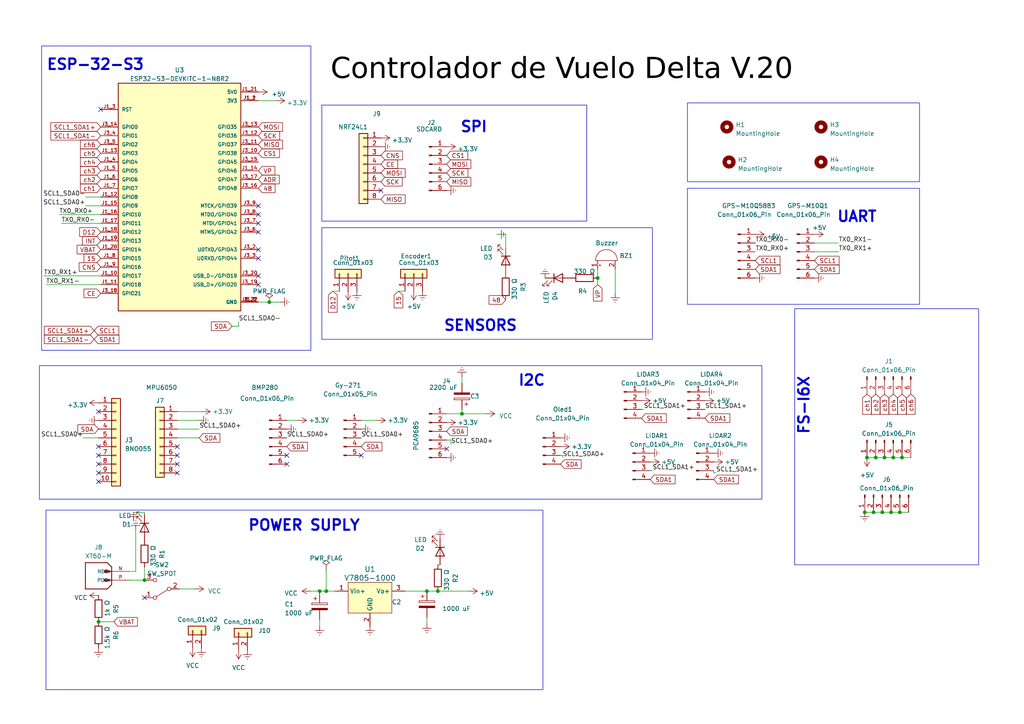
<source format=kicad_sch>
(kicad_sch (version 20231120) (generator "eeschema") (generator_version "8.0")
  (paper "A4")
  (lib_symbols
    (symbol "Connector:Conn_01x04_Pin" (pin_names (offset 1.016) hide)
      (property "Reference" "J" (at 0 5.08 0))
      (property "Value" "Conn_01x04_Pin" (at 0 -7.62 0))
      (symbol "Conn_01x04_Pin_1_1"
        (pin passive line (at 5.08 2.54 180) (length 3.81) (name "Pin_1") (number "1"))
        (pin passive line (at 5.08 0 180) (length 3.81) (name "Pin_2") (number "2"))
        (pin passive line (at 5.08 -2.54 180) (length 3.81) (name "Pin_3") (number "3"))
        (pin passive line (at 5.08 -5.08 180) (length 3.81) (name "Pin_4") (number "4"))
      )
    )
    (symbol "Connector:Conn_01x05_Pin" (pin_names (offset 1.016) hide)
      (property "Reference" "J" (at 0 7.62 0))
      (property "Value" "Conn_01x05_Pin" (at 0 -7.62 0))
      (symbol "Conn_01x05_Pin_1_1"
        (pin passive line (at 5.08 5.08 180) (length 3.81) (name "Pin_1") (number "1"))
        (pin passive line (at 5.08 2.54 180) (length 3.81) (name "Pin_2") (number "2"))
        (pin passive line (at 5.08 0 180) (length 3.81) (name "Pin_3") (number "3"))
        (pin passive line (at 5.08 -2.54 180) (length 3.81) (name "Pin_4") (number "4"))
        (pin passive line (at 5.08 -5.08 180) (length 3.81) (name "Pin_5") (number "5"))
      )
    )
    (symbol "Connector:Conn_01x06_Pin" (pin_names (offset 1.016) hide)
      (property "Reference" "J" (at 0 7.62 0))
      (property "Value" "Conn_01x06_Pin" (at 0 -10.16 0))
      (symbol "Conn_01x06_Pin_1_1"
        (pin passive line (at 5.08 5.08 180) (length 3.81) (name "Pin_1") (number "1"))
        (pin passive line (at 5.08 2.54 180) (length 3.81) (name "Pin_2") (number "2"))
        (pin passive line (at 5.08 0 180) (length 3.81) (name "Pin_3") (number "3"))
        (pin passive line (at 5.08 -2.54 180) (length 3.81) (name "Pin_4") (number "4"))
        (pin passive line (at 5.08 -5.08 180) (length 3.81) (name "Pin_5") (number "5"))
        (pin passive line (at 5.08 -7.62 180) (length 3.81) (name "Pin_6") (number "6"))
      )
    )
    (symbol "Connector_Generic:Conn_01x02" (pin_names (offset 1.016) hide)
      (property "Reference" "J" (at 0 2.54 0))
      (property "Value" "Conn_01x02" (at 0 -5.08 0))
      (symbol "Conn_01x02_1_1"
        (pin passive line (at -5.08 0 0) (length 3.81) (name "Pin_1") (number "1"))
        (pin passive line (at -5.08 -2.54 0) (length 3.81) (name "Pin_2") (number "2"))
      )
    )
    (symbol "Connector_Generic:Conn_01x03" (pin_names (offset 1.016) hide)
      (property "Reference" "J" (at 0 5.08 0))
      (property "Value" "Conn_01x03" (at 0 -5.08 0))
      (symbol "Conn_01x03_1_1"
        (pin passive line (at -5.08 2.54 0) (length 3.81) (name "Pin_1") (number "1"))
        (pin passive line (at -5.08 0 0) (length 3.81) (name "Pin_2") (number "2"))
        (pin passive line (at -5.08 -2.54 0) (length 3.81) (name "Pin_3") (number "3"))
      )
    )
    (symbol "Connector_Generic:Conn_01x08" (pin_names (offset 1.016) hide)
      (property "Reference" "J" (at 0 10.16 0))
      (property "Value" "Conn_01x08" (at 0 -12.7 0))
      (symbol "Conn_01x08_1_1"
        (pin passive line (at -5.08 7.62 0) (length 3.81) (name "Pin_1") (number "1"))
        (pin passive line (at -5.08 5.08 0) (length 3.81) (name "Pin_2") (number "2"))
        (pin passive line (at -5.08 2.54 0) (length 3.81) (name "Pin_3") (number "3"))
        (pin passive line (at -5.08 0 0) (length 3.81) (name "Pin_4") (number "4"))
        (pin passive line (at -5.08 -2.54 0) (length 3.81) (name "Pin_5") (number "5"))
        (pin passive line (at -5.08 -5.08 0) (length 3.81) (name "Pin_6") (number "6"))
        (pin passive line (at -5.08 -7.62 0) (length 3.81) (name "Pin_7") (number "7"))
        (pin passive line (at -5.08 -10.16 0) (length 3.81) (name "Pin_8") (number "8"))
      )
    )
    (symbol "Connector_Generic:Conn_01x10" (pin_names (offset 1.016) hide)
      (property "Reference" "J" (at 0 12.7 0))
      (property "Value" "Conn_01x10" (at 0 -15.24 0))
      (symbol "Conn_01x10_1_1"
        (pin passive line (at -5.08 10.16 0) (length 3.81) (name "Pin_1") (number "1"))
        (pin passive line (at -5.08 -12.7 0) (length 3.81) (name "Pin_10") (number "10"))
        (pin passive line (at -5.08 7.62 0) (length 3.81) (name "Pin_2") (number "2"))
        (pin passive line (at -5.08 5.08 0) (length 3.81) (name "Pin_3") (number "3"))
        (pin passive line (at -5.08 2.54 0) (length 3.81) (name "Pin_4") (number "4"))
        (pin passive line (at -5.08 0 0) (length 3.81) (name "Pin_5") (number "5"))
        (pin passive line (at -5.08 -2.54 0) (length 3.81) (name "Pin_6") (number "6"))
        (pin passive line (at -5.08 -5.08 0) (length 3.81) (name "Pin_7") (number "7"))
        (pin passive line (at -5.08 -7.62 0) (length 3.81) (name "Pin_8") (number "8"))
        (pin passive line (at -5.08 -10.16 0) (length 3.81) (name "Pin_9") (number "9"))
      )
    )
    (symbol "Device:Buzzer" (pin_names (offset 0.0254) hide)
      (property "Reference" "BZ" (at 3.81 1.27 0))
      (property "Value" "Buzzer" (at 3.81 -1.27 0))
      (symbol "Buzzer_1_1"
        (pin passive line (at -2.54 2.54 0) (length 2.54) (name "-") (number "1"))
        (pin passive line (at -2.54 -2.54 0) (length 2.54) (name "+") (number "2"))
      )
    )
    (symbol "Device:C_Polarized" (pin_numbers hide) (pin_names (offset 0.254))
      (property "Reference" "C" (at 0.635 2.54 0))
      (property "Value" "C_Polarized" (at 0.635 -2.54 0))
      (symbol "C_Polarized_1_1"
        (pin passive line (at 0 3.81 270) (length 2.794) (name "~") (number "1"))
        (pin passive line (at 0 -3.81 90) (length 2.794) (name "~") (number "2"))
      )
    )
    (symbol "Device:LED" (pin_numbers hide) (pin_names (offset 1.016) hide)
      (property "Reference" "D" (at 0 2.54 0))
      (property "Value" "LED" (at 0 -2.54 0))
      (symbol "LED_1_1"
        (pin passive line (at -3.81 0 0) (length 2.54) (name "K") (number "1"))
        (pin passive line (at 3.81 0 180) (length 2.54) (name "A") (number "2"))
      )
    )
    (symbol "Device:R" (pin_numbers hide) (pin_names (offset 0))
      (property "Reference" "R" (at 2.032 0 90))
      (property "Value" "R" (at 0 0 90))
      (symbol "R_1_1"
        (pin passive line (at 0 3.81 270) (length 1.27) (name "~") (number "1"))
        (pin passive line (at 0 -3.81 90) (length 1.27) (name "~") (number "2"))
      )
    )
    (symbol "Mechanical:MountingHole" (pin_names (offset 1.016))
      (property "Reference" "H" (at 0 5.08 0))
      (property "Value" "MountingHole" (at 0 3.175 0))
    )
    (symbol "Switch:SW_SPDT" (pin_names (offset 0) hide)
      (property "Reference" "SW" (at 0 4.318 0))
      (property "Value" "SW_SPDT" (at 0 -5.08 0))
      (symbol "SW_SPDT_1_1"
        (pin passive line (at 5.08 2.54 180) (length 2.54) (name "A") (number "1"))
        (pin passive line (at -5.08 0 0) (length 2.54) (name "B") (number "2"))
        (pin passive line (at 5.08 -2.54 180) (length 2.54) (name "C") (number "3"))
      )
    )
    (symbol "XT60-M:XT60-M" (pin_names (offset 1.016))
      (property "Reference" "J" (at 0 6.35 0))
      (property "Value" "XT60-M" (at 0 -5.08 0))
      (symbol "XT60-M_0_0"
        (pin passive line (at -5.08 0 0) (length 5.08) (name "NEG") (number "N"))
        (pin passive line (at -5.08 2.54 0) (length 5.08) (name "POS") (number "P"))
      )
    )
    (symbol "delta2:ESP32-S3-DEVKITC-1-N8R2" (pin_names (offset 1.016))
      (property "Reference" "U" (at -17.78 35.56 0))
      (property "Value" "ESP32-S3-DEVKITC-1-N8R2" (at -17.78 -35.56 0))
      (symbol "ESP32-S3-DEVKITC-1-N8R2_0_0"
        (pin power_in line (at 22.86 27.94 180) (length 5.08) (name "3V3") (number "J1_1"))
        (pin bidirectional line (at -22.86 -22.86 0) (length 5.08) (name "GPIO17") (number "J1_10"))
        (pin bidirectional line (at -22.86 -25.4 0) (length 5.08) (name "GPIO18") (number "J1_11"))
        (pin bidirectional line (at -22.86 0 0) (length 5.08) (name "GPIO8") (number "J1_12"))
        (pin bidirectional line (at -22.86 12.7 0) (length 5.08) (name "GPIO3") (number "J1_13"))
        (pin bidirectional line (at 22.86 7.62 180) (length 5.08) (name "GPIO46") (number "J1_14"))
        (pin bidirectional line (at -22.86 -2.54 0) (length 5.08) (name "GPIO9") (number "J1_15"))
        (pin bidirectional line (at -22.86 -5.08 0) (length 5.08) (name "GPIO10") (number "J1_16"))
        (pin bidirectional line (at -22.86 -7.62 0) (length 5.08) (name "GPIO11") (number "J1_17"))
        (pin bidirectional line (at -22.86 -10.16 0) (length 5.08) (name "GPIO12") (number "J1_18"))
        (pin bidirectional line (at -22.86 -12.7 0) (length 5.08) (name "GPIO13") (number "J1_19"))
        (pin power_in line (at 22.86 27.94 180) (length 5.08) (name "3V3") (number "J1_2"))
        (pin bidirectional line (at -22.86 -15.24 0) (length 5.08) (name "GPIO14") (number "J1_20"))
        (pin power_in line (at 22.86 30.48 180) (length 5.08) (name "5V0") (number "J1_21"))
        (pin power_in line (at 22.86 -30.48 180) (length 5.08) (name "GND") (number "J1_22"))
        (pin input line (at -22.86 25.4 0) (length 5.08) (name "RST") (number "J1_3"))
        (pin bidirectional line (at -22.86 10.16 0) (length 5.08) (name "GPIO4") (number "J1_4"))
        (pin bidirectional line (at -22.86 7.62 0) (length 5.08) (name "GPIO5") (number "J1_5"))
        (pin bidirectional line (at -22.86 5.08 0) (length 5.08) (name "GPIO6") (number "J1_6"))
        (pin bidirectional line (at -22.86 2.54 0) (length 5.08) (name "GPIO7") (number "J1_7"))
        (pin bidirectional line (at -22.86 -17.78 0) (length 5.08) (name "GPIO15") (number "J1_8"))
        (pin bidirectional line (at -22.86 -20.32 0) (length 5.08) (name "GPIO16") (number "J1_9"))
        (pin power_in line (at 22.86 -30.48 180) (length 5.08) (name "GND") (number "J3_1"))
        (pin bidirectional line (at 22.86 12.7 180) (length 5.08) (name "GPIO38") (number "J3_10"))
        (pin bidirectional line (at 22.86 15.24 180) (length 5.08) (name "GPIO37") (number "J3_11"))
        (pin bidirectional line (at 22.86 17.78 180) (length 5.08) (name "GPIO36") (number "J3_12"))
        (pin bidirectional line (at 22.86 20.32 180) (length 5.08) (name "GPIO35") (number "J3_13"))
        (pin bidirectional line (at -22.86 20.32 0) (length 5.08) (name "GPIO0") (number "J3_14"))
        (pin bidirectional line (at 22.86 10.16 180) (length 5.08) (name "GPIO45") (number "J3_15"))
        (pin bidirectional line (at 22.86 2.54 180) (length 5.08) (name "GPIO48") (number "J3_16"))
        (pin bidirectional line (at 22.86 5.08 180) (length 5.08) (name "GPIO47") (number "J3_17"))
        (pin bidirectional line (at -22.86 -27.94 0) (length 5.08) (name "GPIO21") (number "J3_18"))
        (pin bidirectional line (at 22.86 -25.4 180) (length 5.08) (name "USB_D+/GPIO20") (number "J3_19"))
        (pin bidirectional line (at 22.86 -15.24 180) (length 5.08) (name "U0TXD/GPIO43") (number "J3_2"))
        (pin bidirectional line (at 22.86 -22.86 180) (length 5.08) (name "USB_D-/GPIO19") (number "J3_20"))
        (pin power_in line (at 22.86 -30.48 180) (length 5.08) (name "GND") (number "J3_21"))
        (pin power_in line (at 22.86 -30.48 180) (length 5.08) (name "GND") (number "J3_22"))
        (pin bidirectional line (at 22.86 -17.78 180) (length 5.08) (name "U0RXD/GPIO44") (number "J3_3"))
        (pin bidirectional line (at -22.86 17.78 0) (length 5.08) (name "GPIO1") (number "J3_4"))
        (pin bidirectional line (at -22.86 15.24 0) (length 5.08) (name "GPIO2") (number "J3_5"))
        (pin bidirectional line (at 22.86 -10.16 180) (length 5.08) (name "MTMS/GPIO42") (number "J3_6"))
        (pin bidirectional line (at 22.86 -7.62 180) (length 5.08) (name "MTDI/GPIO41") (number "J3_7"))
        (pin bidirectional line (at 22.86 -5.08 180) (length 5.08) (name "MTDO/GPIO40") (number "J3_8"))
        (pin bidirectional line (at 22.86 -2.54 180) (length 5.08) (name "MTCK/GPIO39") (number "J3_9"))
      )
    )
    (symbol "dk_DC-DC-Converters:V7805-1000"
      (property "Reference" "U" (at -6.35 6.35 0))
      (property "Value" "V7805-1000" (at 1.27 -5.08 0))
      (symbol "V7805-1000_1_1"
        (pin power_in line (at -10.16 2.54 0) (length 3.81) (name "Vin+") (number "1"))
        (pin power_in line (at 0 -7.62 90) (length 3.81) (name "GND") (number "2"))
        (pin power_out line (at 10.16 2.54 180) (length 3.81) (name "Vo+") (number "3"))
      )
    )
    (symbol "power:+3.3V" (power) (pin_names (offset 0))
      (property "Value" "+3.3V" (at 0 3.556 0))
      (symbol "+3.3V_1_1"
        (pin power_in line (at 0 0 90) (length 0) hide (name "+3.3V") (number "1"))
      )
    )
    (symbol "power:+5V" (power) (pin_names (offset 0))
      (property "Value" "+5V" (at 0 3.556 0))
      (symbol "+5V_1_1"
        (pin power_in line (at 0 0 90) (length 0) hide (name "+5V") (number "1"))
      )
    )
    (symbol "power:Earth" (power) (pin_names (offset 0))
      (symbol "Earth_1_1"
        (pin power_in line (at 0 0 270) (length 0) hide (name "Earth") (number "1"))
      )
    )
    (symbol "power:PWR_FLAG" (power) (pin_numbers hide) (pin_names (offset 0) hide)
      (property "Value" "PWR_FLAG" (at 0 3.81 0))
      (symbol "PWR_FLAG_0_0"
        (pin power_out line (at 0 0 90) (length 0) (name "pwr") (number "1"))
      )
    )
    (symbol "power:VCC" (power) (pin_names (offset 0))
      (property "Value" "VCC" (at 0 3.81 0))
      (symbol "VCC_1_1"
        (pin power_in line (at 0 0 90) (length 0) hide (name "VCC") (number "1"))
      )
    )
  )
  (junction (at 259.08 132.715))
  (junction (at 254 132.715))
  (junction (at 133.985 120.015))
  (junction (at 173.355 80.645))
  (junction (at 253.365 148.59))
  (junction (at 261.62 132.715))
  (junction (at 123.825 171.45))
  (junction (at 256.54 132.715))
  (junction (at 250.825 148.59))
  (junction (at 258.445 148.59))
  (junction (at 260.985 148.59))
  (junction (at 28.575 180.34))
  (junction (at 41.91 168.275))
  (junction (at 127 171.45))
  (junction (at 251.46 132.715))
  (junction (at 92.71 171.45))
  (junction (at 78.105 87.63))
  (junction (at 255.905 148.59))
  (junction (at 94.615 171.45))
  (no_connect (at 28.575 119.38))
  (no_connect (at 28.575 139.7))
  (no_connect (at 51.435 132.08))
  (no_connect (at 74.93 64.77))
  (no_connect (at 29.21 31.75))
  (no_connect (at 28.575 134.62))
  (no_connect (at 28.575 137.16))
  (no_connect (at 74.93 67.31))
  (no_connect (at 51.435 129.54))
  (no_connect (at 74.93 72.39))
  (no_connect (at 74.93 62.23))
  (no_connect (at 28.575 132.08))
  (no_connect (at 110.49 55.245))
  (no_connect (at 74.93 80.01))
  (no_connect (at 28.575 129.54))
  (no_connect (at 74.93 59.69))
  (no_connect (at 41.91 173.355))
  (no_connect (at 51.435 134.62))
  (no_connect (at 83.185 134.62))
  (no_connect (at 51.435 137.16))
  (no_connect (at 104.775 132.08))
  (no_connect (at 74.93 74.93))
  (no_connect (at 83.185 132.08))
  (no_connect (at 74.93 82.55))
  (no_connect (at 129.54 130.175))
  (wire (pts (xy 207.645 137.16) (xy 207.01 137.16)))
  (wire (pts (xy 12.7 80.01) (xy 29.21 80.01)))
  (wire (pts (xy 39.37 165.735) (xy 39.37 153.67)))
  (wire (pts (xy 133.985 120.015) (xy 129.54 120.015)))
  (wire (pts (xy 28.575 180.34) (xy 33.02 180.34)))
  (wire (pts (xy 92.71 171.45) (xy 94.615 171.45)))
  (wire (pts (xy 250.825 148.59) (xy 253.365 148.59)))
  (wire (pts (xy 13.335 82.55) (xy 29.21 82.55)))
  (wire (pts (xy 133.985 109.22) (xy 133.985 111.125)))
  (wire (pts (xy 96.52 84.455) (xy 98.425 84.455)))
  (wire (pts (xy 130.81 127.635) (xy 129.54 127.635)))
  (wire (pts (xy 260.985 148.59) (xy 263.525 148.59)))
  (wire (pts (xy 94.615 165.1) (xy 94.615 171.45)))
  (wire (pts (xy 78.105 87.63) (xy 74.93 87.63)))
  (wire (pts (xy 83.185 121.92) (xy 86.36 121.92)))
  (wire (pts (xy 24.765 59.69) (xy 29.21 59.69)))
  (wire (pts (xy 69.215 94.615) (xy 67.31 94.615)))
  (wire (pts (xy 123.825 171.45) (xy 117.475 171.45)))
  (wire (pts (xy 24.765 57.15) (xy 29.21 57.15)))
  (wire (pts (xy 24.13 127) (xy 28.575 127)))
  (wire (pts (xy 37.465 168.275) (xy 41.91 168.275)))
  (wire (pts (xy 127 163.83) (xy 127.635 163.83)))
  (wire (pts (xy 92.71 172.085) (xy 92.71 171.45)))
  (wire (pts (xy 51.435 121.92) (xy 57.785 121.92)))
  (wire (pts (xy 41.91 148.59) (xy 41.91 149.225)))
  (wire (pts (xy 104.775 121.92) (xy 109.22 121.92)))
  (wire (pts (xy 127 171.45) (xy 123.825 171.45)))
  (wire (pts (xy 37.465 165.735) (xy 39.37 165.735)))
  (wire (pts (xy 163.195 132.715) (xy 163.195 132.08)))
  (wire (pts (xy 178.435 85.09) (xy 178.435 78.105)))
  (wire (pts (xy 69.215 93.345) (xy 69.215 94.615)))
  (wire (pts (xy 90.17 171.45) (xy 92.71 171.45)))
  (wire (pts (xy 251.46 132.715) (xy 254 132.715)))
  (wire (pts (xy 74.93 29.21) (xy 80.01 29.21)))
  (wire (pts (xy 92.71 181.61) (xy 92.71 179.705)))
  (wire (pts (xy 243.205 73.025) (xy 236.22 73.025)))
  (wire (pts (xy 254 132.715) (xy 256.54 132.715)))
  (wire (pts (xy 133.985 118.745) (xy 133.985 120.015)))
  (wire (pts (xy 52.07 170.815) (xy 56.515 170.815)))
  (wire (pts (xy 243.205 70.485) (xy 236.22 70.485)))
  (wire (pts (xy 81.28 87.63) (xy 78.105 87.63)))
  (wire (pts (xy 51.435 119.38) (xy 58.42 119.38)))
  (wire (pts (xy 173.355 82.55) (xy 173.355 80.645)))
  (wire (pts (xy 41.91 168.275) (xy 41.91 164.465)))
  (wire (pts (xy 253.365 148.59) (xy 255.905 148.59)))
  (wire (pts (xy 115.57 84.455) (xy 117.475 84.455)))
  (wire (pts (xy 38.735 151.13) (xy 38.735 148.59)))
  (wire (pts (xy 51.435 127) (xy 57.785 127)))
  (wire (pts (xy 123.825 179.07) (xy 123.825 180.975)))
  (wire (pts (xy 173.355 80.645) (xy 173.355 78.105)))
  (wire (pts (xy 51.435 124.46) (xy 57.785 124.46)))
  (wire (pts (xy 94.615 171.45) (xy 97.155 171.45)))
  (wire (pts (xy 256.54 132.715) (xy 259.08 132.715)))
  (wire (pts (xy 186.69 118.745) (xy 186.055 118.745)))
  (wire (pts (xy 146.685 67.945) (xy 146.685 71.755)))
  (wire (pts (xy 258.445 148.59) (xy 260.985 148.59)))
  (wire (pts (xy 261.62 132.715) (xy 264.16 132.715)))
  (wire (pts (xy 130.81 128.905) (xy 130.81 127.635)))
  (wire (pts (xy 17.145 62.23) (xy 29.21 62.23)))
  (wire (pts (xy 38.735 148.59) (xy 41.91 148.59)))
  (wire (pts (xy 189.23 136.525) (xy 188.595 136.525)))
  (wire (pts (xy 127 171.45) (xy 135.89 171.45)))
  (wire (pts (xy 144.145 67.945) (xy 146.685 67.945)))
  (wire (pts (xy 140.97 120.015) (xy 133.985 120.015)))
  (wire (pts (xy 29.21 64.77) (xy 17.78 64.77)))
  (wire (pts (xy 255.905 148.59) (xy 258.445 148.59)))
  (wire (pts (xy 163.195 132.08) (xy 162.56 132.08)))
  (wire (pts (xy 207.01 137.16) (xy 207.01 136.525)))
  (wire (pts (xy 259.08 132.715) (xy 261.62 132.715)))
  (rectangle (start 199.39 29.845) (end 266.7 52.705))
  (rectangle (start 93.345 30.48) (end 170.18 64.135))
  (rectangle (start 12.065 13.335) (end 90.17 101.6))
  (rectangle (start 230.505 89.535) (end 283.845 163.83))
  (rectangle (start 13.335 147.955) (end 157.48 200.025))
  (rectangle (start 199.39 54.61) (end 266.7 88.265))
  (rectangle (start 11.43 106.045) (end 220.98 144.78))
  (rectangle (start 93.345 66.04) (end 189.23 98.425))
  (text "I2C\n" (at 150.114 112.268 0) (effects (font (size 3.048 3.048) (thickness 0.6096) (bold yes)) (justify left bottom)))
  (text "UART\n" (at 242.57 64.77 0) (effects (font (size 3.048 3.048) (thickness 0.6096) (bold yes)) (justify left bottom)))
  (text "POWER SUPLY\n" (at 71.755 154.305 0) (effects (font (size 3.048 3.048) (thickness 0.6096) (bold yes)) (justify left bottom)))
  (text "SENSORS\n\n\n" (at 128.524 106.172 0) (effects (font (size 3.048 3.048) (thickness 0.6096) (bold yes)) (justify left bottom)))
  (text "FS-I6X" (at 234.95 126.365 90) (effects (font (size 3.048 3.048) (thickness 0.6096) (bold yes)) (justify left bottom)))
  (text "SPI\n" (at 133.35 38.735 0) (effects (font (size 3.048 3.048) (thickness 0.6096) (bold yes)) (justify left bottom)))
  (text "Controlador de Vuelo Delta V.20" (at 95.885 25.4 0) (effects (font (size 6 6)) (justify left bottom)))
  (text "ESP-32-S3\n\n\n" (at 13.335 30.48 0) (effects (font (size 3.048 3.048) (thickness 0.6096) (bold yes)) (justify left bottom)))
  (label "SCL1_SDA0+" (at 83.185 127 0))
  (label "SCL1_SDA0+" (at 57.785 124.46 0))
  (label "SCL1_SDA0+" (at 163.195 132.715 0))
  (label "TX0_RX0+" (at 219.075 73.025 0))
  (label "SCL1_SDA0+" (at 24.13 127 180))
  (label "SCL1_SDA0+" (at 130.81 128.905 0))
  (label "SCL1_SDA1+" (at 204.47 118.745 0))
  (label "TX0_RX1-" (at 243.205 70.485 0))
  (label "SCL1_SDA0-" (at 24.765 57.15 180))
  (label "SCL1_SDA1+" (at 186.69 118.745 0))
  (label "SCL1_SDA1+" (at 189.23 136.525 0))
  (label "TX0_RX0-" (at 17.78 64.77 0))
  (label "TX0_RX0+" (at 17.145 62.23 0))
  (label "TX0_RX1-" (at 13.335 82.55 0))
  (label "SCL1_SDA0-" (at 69.215 93.345 0))
  (label "TX0_RX1+" (at 243.205 73.025 0))
  (label "SCL1_SDA1+" (at 207.645 137.16 0))
  (label "SCL1_SDA0+" (at 104.775 127 0))
  (label "TX0_RX0-" (at 219.075 70.485 0))
  (label "TX0_RX1+" (at 12.7 80.01 0))
  (label "SCL1_SDA0+" (at 24.765 59.69 180))
  (global_label "CS1" (shape input) (at 129.54 45.085 0) (property "Intersheetrefs" "${INTERSHEET_REFS}" (effects (hide yes))))
  (global_label "SDA" (shape input) (at 28.575 124.46 180) (property "Intersheetrefs" "${INTERSHEET_REFS}" (effects (hide yes))))
  (global_label "VP" (shape input) (at 173.355 82.55 270) (property "Intersheetrefs" "${INTERSHEET_REFS}" (effects (hide yes))))
  (global_label "ch4" (shape input) (at 29.21 46.99 180) (property "Intersheetrefs" "${INTERSHEET_REFS}" (effects (hide yes))))
  (global_label "SDA" (shape input) (at 129.54 125.095 0) (property "Intersheetrefs" "${INTERSHEET_REFS}" (effects (hide yes))))
  (global_label "MOSI" (shape input) (at 129.54 47.625 0) (property "Intersheetrefs" "${INTERSHEET_REFS}" (effects (hide yes))))
  (global_label "ch1" (shape input) (at 29.21 54.61 180) (property "Intersheetrefs" "${INTERSHEET_REFS}" (effects (hide yes))))
  (global_label "SDA" (shape input) (at 162.56 134.62 0) (property "Intersheetrefs" "${INTERSHEET_REFS}" (effects (hide yes))))
  (global_label "ADR" (shape input) (at 74.93 52.07 0) (property "Intersheetrefs" "${INTERSHEET_REFS}" (effects (hide yes))))
  (global_label "VBAT" (shape input) (at 33.02 180.34 0) (property "Intersheetrefs" "${INTERSHEET_REFS}" (effects (hide yes))))
  (global_label "15" (shape input) (at 29.21 74.93 180) (property "Intersheetrefs" "${INTERSHEET_REFS}" (effects (hide yes))))
  (global_label "MOSI" (shape input) (at 74.93 36.83 0) (property "Intersheetrefs" "${INTERSHEET_REFS}" (effects (hide yes))))
  (global_label "VP" (shape input) (at 74.93 49.53 0) (property "Intersheetrefs" "${INTERSHEET_REFS}" (effects (hide yes))))
  (global_label "ch3" (shape input) (at 256.54 114.3 270) (property "Intersheetrefs" "${INTERSHEET_REFS}" (effects (hide yes))))
  (global_label "ch2" (shape input) (at 29.21 52.07 180) (property "Intersheetrefs" "${INTERSHEET_REFS}" (effects (hide yes))))
  (global_label "15" (shape input) (at 115.57 84.455 270) (property "Intersheetrefs" "${INTERSHEET_REFS}" (effects (hide yes))))
  (global_label "SDA" (shape input) (at 67.31 94.615 180) (property "Intersheetrefs" "${INTERSHEET_REFS}" (effects (hide yes))))
  (global_label "MISO" (shape input) (at 110.49 57.785 0) (property "Intersheetrefs" "${INTERSHEET_REFS}" (effects (hide yes))))
  (global_label "SDA1" (shape input) (at 207.01 139.065 0) (property "Intersheetrefs" "${INTERSHEET_REFS}" (effects (hide yes))))
  (global_label "MOSI" (shape input) (at 110.49 50.165 0) (property "Intersheetrefs" "${INTERSHEET_REFS}" (effects (hide yes))))
  (global_label "SCL1" (shape input) (at 27.305 95.885 0) (property "Intersheetrefs" "${INTERSHEET_REFS}" (effects (hide yes))))
  (global_label "ch6" (shape input) (at 264.16 114.3 270) (property "Intersheetrefs" "${INTERSHEET_REFS}" (effects (hide yes))))
  (global_label "SCL1_SDA1-" (shape input) (at 27.305 98.425 180) (property "Intersheetrefs" "${INTERSHEET_REFS}" (effects (hide yes))))
  (global_label "48" (shape input) (at 74.93 54.61 0) (property "Intersheetrefs" "${INTERSHEET_REFS}" (effects (hide yes))))
  (global_label "SCL1_SDA1+" (shape input) (at 29.21 36.83 180) (property "Intersheetrefs" "${INTERSHEET_REFS}" (effects (hide yes))))
  (global_label "SDA" (shape input) (at 83.185 129.54 0) (property "Intersheetrefs" "${INTERSHEET_REFS}" (effects (hide yes))))
  (global_label "SCL1_SDA1+" (shape input) (at 27.305 95.885 180) (property "Intersheetrefs" "${INTERSHEET_REFS}" (effects (hide yes))))
  (global_label "ch5" (shape input) (at 261.62 114.3 270) (property "Intersheetrefs" "${INTERSHEET_REFS}" (effects (hide yes))))
  (global_label "48" (shape input) (at 146.685 86.995 180) (property "Intersheetrefs" "${INTERSHEET_REFS}" (effects (hide yes))))
  (global_label "D12" (shape input) (at 29.21 67.31 180) (property "Intersheetrefs" "${INTERSHEET_REFS}" (effects (hide yes))))
  (global_label "ch6" (shape input) (at 29.21 41.91 180) (property "Intersheetrefs" "${INTERSHEET_REFS}" (effects (hide yes))))
  (global_label "CE" (shape input) (at 110.49 47.625 0) (property "Intersheetrefs" "${INTERSHEET_REFS}" (effects (hide yes))))
  (global_label "SDA1" (shape input) (at 188.595 139.065 0) (property "Intersheetrefs" "${INTERSHEET_REFS}" (effects (hide yes))))
  (global_label "SDA1" (shape input) (at 27.305 98.425 0) (property "Intersheetrefs" "${INTERSHEET_REFS}" (effects (hide yes))))
  (global_label "ch4" (shape input) (at 259.08 114.3 270) (property "Intersheetrefs" "${INTERSHEET_REFS}" (effects (hide yes))))
  (global_label "CE" (shape input) (at 29.21 85.09 180) (property "Intersheetrefs" "${INTERSHEET_REFS}" (effects (hide yes))))
  (global_label "MISO" (shape input) (at 74.93 41.91 0) (property "Intersheetrefs" "${INTERSHEET_REFS}" (effects (hide yes))))
  (global_label "CS1" (shape input) (at 74.93 44.45 0) (property "Intersheetrefs" "${INTERSHEET_REFS}" (effects (hide yes))))
  (global_label "SCL1" (shape input) (at 236.22 75.565 0) (property "Intersheetrefs" "${INTERSHEET_REFS}" (effects (hide yes))))
  (global_label "MISO" (shape input) (at 129.54 52.705 0) (property "Intersheetrefs" "${INTERSHEET_REFS}" (effects (hide yes))))
  (global_label "D12" (shape input) (at 96.52 84.455 270) (property "Intersheetrefs" "${INTERSHEET_REFS}" (effects (hide yes))))
  (global_label "ch5" (shape input) (at 29.21 44.45 180) (property "Intersheetrefs" "${INTERSHEET_REFS}" (effects (hide yes))))
  (global_label "ch1" (shape input) (at 251.46 114.3 270) (property "Intersheetrefs" "${INTERSHEET_REFS}" (effects (hide yes))))
  (global_label "CNS" (shape input) (at 110.49 45.085 0) (property "Intersheetrefs" "${INTERSHEET_REFS}" (effects (hide yes))))
  (global_label "SCK" (shape input) (at 129.54 50.165 0) (property "Intersheetrefs" "${INTERSHEET_REFS}" (effects (hide yes))))
  (global_label "ch3" (shape input) (at 29.21 49.53 180) (property "Intersheetrefs" "${INTERSHEET_REFS}" (effects (hide yes))))
  (global_label "SCK" (shape input) (at 74.93 39.37 0) (property "Intersheetrefs" "${INTERSHEET_REFS}" (effects (hide yes))))
  (global_label "SDA1" (shape input) (at 219.075 78.105 0) (property "Intersheetrefs" "${INTERSHEET_REFS}" (effects (hide yes))))
  (global_label "SCK" (shape input) (at 110.49 52.705 0) (property "Intersheetrefs" "${INTERSHEET_REFS}" (effects (hide yes))))
  (global_label "SCL1_SDA1-" (shape input) (at 29.21 39.37 180) (property "Intersheetrefs" "${INTERSHEET_REFS}" (effects (hide yes))))
  (global_label "SDA1" (shape input) (at 186.055 121.285 0) (property "Intersheetrefs" "${INTERSHEET_REFS}" (effects (hide yes))))
  (global_label "ch2" (shape input) (at 254 114.3 270) (property "Intersheetrefs" "${INTERSHEET_REFS}" (effects (hide yes))))
  (global_label "SDA1" (shape input) (at 204.47 121.285 0) (property "Intersheetrefs" "${INTERSHEET_REFS}" (effects (hide yes))))
  (global_label "CNS" (shape input) (at 29.21 77.47 180) (property "Intersheetrefs" "${INTERSHEET_REFS}" (effects (hide yes))))
  (global_label "SDA" (shape input) (at 57.785 127 0) (property "Intersheetrefs" "${INTERSHEET_REFS}" (effects (hide yes))))
  (global_label "SCL1" (shape input) (at 219.075 75.565 0) (property "Intersheetrefs" "${INTERSHEET_REFS}" (effects (hide yes))))
  (global_label "INT" (shape input) (at 29.21 69.85 180) (property "Intersheetrefs" "${INTERSHEET_REFS}" (effects (hide yes))))
  (global_label "SDA" (shape input) (at 104.775 129.54 0) (property "Intersheetrefs" "${INTERSHEET_REFS}" (effects (hide yes))))
  (global_label "VBAT" (shape input) (at 29.21 72.39 180) (property "Intersheetrefs" "${INTERSHEET_REFS}" (effects (hide yes))))
  (global_label "SDA1" (shape input) (at 236.22 78.105 0) (property "Intersheetrefs" "${INTERSHEET_REFS}" (effects (hide yes))))
  (symbol (lib_id "power:+5V") (at 135.89 171.45 270) (unit 1)
    (property "Reference" "#PWR022" (effects (hide yes)))
    (property "Value" "+5V" (at 139.065 172.085 90) (effects (justify left)))
  )
  (symbol (lib_id "power:Earth") (at 28.575 187.96 0) (unit 1)
    (property "Reference" "#PWR052" (effects (hide yes)))
    (property "Value" "Earth" (effects (hide yes)))
  )
  (symbol (lib_id "power:Earth") (at 83.185 124.46 90) (unit 1)
    (property "Reference" "#PWR015" (effects (hide yes)))
    (property "Value" "Earth" (effects (hide yes)))
  )
  (symbol (lib_id "power:Earth") (at 133.985 109.22 180) (unit 1)
    (property "Reference" "#PWR027" (effects (hide yes)))
    (property "Value" "Earth" (effects (hide yes)))
  )
  (symbol (lib_id "Connector:Conn_01x06_Pin") (at 231.14 73.025 0) (unit 1)
    (property "Reference" "GPS-M10Q1" (at 234.315 59.69 0))
    (property "Value" "Conn_01x06_Pin" (at 233.045 62.23 0))
    (property "Footprint" "Connector_JST:JST_EH_B6B-EH-A_1x06_P2.50mm_Vertical" (effects (hide yes)))
  )
  (symbol (lib_id "power:Earth") (at 110.49 42.545 90) (unit 1)
    (property "Reference" "#PWR017" (effects (hide yes)))
    (property "Value" "Earth" (effects (hide yes)))
  )
  (symbol (lib_id "Device:LED") (at 41.91 153.035 270) (unit 1)
    (property "Reference" "D1" (at 38.1 152.0825 90) (effects (justify right)))
    (property "Value" "LED" (at 38.1 149.5425 90) (effects (justify right)))
    (property "Footprint" "LED_SMD:LED_0402_1005Metric" (effects (hide yes)))
  )
  (symbol (lib_id "power:VCC") (at 56.515 170.815 270) (unit 1)
    (property "Reference" "#PWR06" (effects (hide yes)))
    (property "Value" "VCC" (at 60.325 171.45 90) (effects (justify left)))
  )
  (symbol (lib_id "Device:LED") (at 161.925 80.645 0) (unit 1)
    (property "Reference" "D4" (at 160.9725 84.455 90) (effects (justify right)))
    (property "Value" "LED" (at 158.4325 84.455 90) (effects (justify right)))
    (property "Footprint" "LED_SMD:LED_0402_1005Metric" (effects (hide yes)))
  )
  (symbol (lib_id "power:+3.3V") (at 28.575 116.84 90) (unit 1)
    (property "Reference" "#PWR032" (effects (hide yes)))
    (property "Value" "+3.3V" (at 25.4 117.475 90) (effects (justify left)))
  )
  (symbol (lib_id "Connector:Conn_01x06_Pin") (at 256.54 109.22 90) (mirror x) (unit 1)
    (property "Reference" "J1" (at 257.81 104.775 90))
    (property "Value" "Conn_01x06_Pin" (at 257.81 107.315 90))
    (property "Footprint" "Connector_JST:JST_EH_B6B-EH-A_1x06_P2.50mm_Vertical" (effects (hide yes)))
  )
  (symbol (lib_id "Connector:Conn_01x04_Pin") (at 180.975 116.205 0) (unit 1)
    (property "Reference" "LIDAR3" (at 187.96 108.585 0))
    (property "Value" "Conn_01x04_Pin" (at 187.96 111.125 0))
    (property "Footprint" "Connector_JST:JST_EH_B4B-EH-A_1x04_P2.50mm_Vertical" (effects (hide yes)))
  )
  (symbol (lib_id "power:Earth") (at 92.71 181.61 0) (unit 1)
    (property "Reference" "#PWR024" (effects (hide yes)))
    (property "Value" "Earth" (effects (hide yes)))
  )
  (symbol (lib_id "Device:LED") (at 127.635 160.02 270) (unit 1)
    (property "Reference" "D2" (at 123.19 159.0675 90) (effects (justify right)))
    (property "Value" "LED" (at 123.825 156.5275 90) (effects (justify right)))
    (property "Footprint" "LED_SMD:LED_0402_1005Metric" (effects (hide yes)))
  )
  (symbol (lib_id "Device:R") (at 41.91 160.655 180) (unit 1)
    (property "Reference" "R1" (at 46.99 159.385 90) (effects (justify left)))
    (property "Value" "330 Ω" (at 44.45 158.115 90) (effects (justify left)))
    (property "Footprint" "Resistor_SMD:R_0603_1608Metric" (effects (hide yes)))
  )
  (symbol (lib_id "power:Earth") (at 28.575 121.92 270) (unit 1)
    (property "Reference" "#PWR033" (effects (hide yes)))
    (property "Value" "Earth" (effects (hide yes)))
  )
  (symbol (lib_id "Connector:Conn_01x06_Pin") (at 78.105 127 0) (unit 1)
    (property "Reference" "BMP280" (at 76.835 112.395 0))
    (property "Value" "Conn_01x06_Pin" (at 77.47 115.57 0))
    (property "Footprint" "Library:module_bme280" (effects (hide yes)))
  )
  (symbol (lib_id "power:+5V") (at 120.015 84.455 180) (unit 1)
    (property "Reference" "#PWR038" (effects (hide yes)))
    (property "Value" "+5V" (at 120.015 88.9 0))
  )
  (symbol (lib_id "power:+3.3V") (at 110.49 40.005 270) (unit 1)
    (property "Reference" "#PWR016" (effects (hide yes)))
    (property "Value" "+3.3V" (at 113.665 40.64 90) (effects (justify left)))
  )
  (symbol (lib_id "Mechanical:MountingHole") (at 210.82 36.83 0) (unit 1)
    (property "Reference" "H1" (at 213.36 36.195 0) (effects (justify left)))
    (property "Value" "MountingHole" (at 213.36 38.735 0) (effects (justify left)))
    (property "Footprint" "MountingHole:MountingHole_3mm_Pad" (effects (hide yes)))
  )
  (symbol (lib_id "power:Earth") (at 162.56 127 90) (unit 1)
    (property "Reference" "#PWR028" (effects (hide yes)))
    (property "Value" "Earth" (effects (hide yes)))
  )
  (symbol (lib_id "power:VCC") (at 28.575 172.72 90) (unit 1)
    (property "Reference" "#PWR053" (effects (hide yes)))
    (property "Value" "VCC" (at 25.4 173.355 90) (effects (justify left)))
  )
  (symbol (lib_id "Connector:Conn_01x06_Pin") (at 124.46 125.095 0) (unit 1)
    (property "Reference" "J4" (at 129.54 110.49 0))
    (property "Value" "PCA9685" (at 120.65 126.365 90))
    (property "Footprint" "Library:PCA 9685" (effects (hide yes)))
  )
  (symbol (lib_id "Connector:Conn_01x06_Pin") (at 124.46 47.625 0) (unit 1)
    (property "Reference" "J2" (at 125.095 35.56 0))
    (property "Value" "SDCARD" (at 124.46 37.465 0))
    (property "Footprint" "Connector_PinSocket_2.54mm:PinSocket_1x06_P2.54mm_Vertical" (effects (hide yes)))
  )
  (symbol (lib_id "power:+5V") (at 186.055 116.205 270) (unit 1)
    (property "Reference" "#PWR055" (effects (hide yes)))
    (property "Value" "+5V" (at 189.23 116.205 90) (effects (justify left)))
  )
  (symbol (lib_id "power:Earth") (at 129.54 55.245 90) (unit 1)
    (property "Reference" "#PWR02" (effects (hide yes)))
    (property "Value" "Earth" (effects (hide yes)))
  )
  (symbol (lib_id "power:Earth") (at 39.37 153.67 180) (unit 1)
    (property "Reference" "#PWR018" (effects (hide yes)))
    (property "Value" "Earth" (effects (hide yes)))
  )
  (symbol (lib_id "power:Earth") (at 186.055 113.665 90) (unit 1)
    (property "Reference" "#PWR054" (effects (hide yes)))
    (property "Value" "Earth" (effects (hide yes)))
  )
  (symbol (lib_id "Connector:Conn_01x04_Pin") (at 201.93 133.985 0) (unit 1)
    (property "Reference" "LIDAR2" (at 208.915 126.365 0))
    (property "Value" "Conn_01x04_Pin" (at 208.915 128.905 0))
    (property "Footprint" "Connector_JST:JST_EH_B4B-EH-A_1x04_P2.50mm_Vertical" (effects (hide yes)))
  )
  (symbol (lib_id "power:+5V") (at 188.595 133.985 270) (unit 1)
    (property "Reference" "#PWR037" (effects (hide yes)))
    (property "Value" "+5V" (at 191.77 133.985 90) (effects (justify left)))
  )
  (symbol (lib_id "power:PWR_FLAG") (at 78.105 87.63 0) (unit 1)
    (property "Reference" "#FLG01" (effects (hide yes)))
    (property "Value" "PWR_FLAG" (at 78.105 84.455 0))
  )
  (symbol (lib_id "power:+3.3V") (at 86.36 121.92 270) (unit 1)
    (property "Reference" "#PWR014" (effects (hide yes)))
    (property "Value" "+3.3V" (at 89.535 121.92 90) (effects (justify left)))
  )
  (symbol (lib_id "Connector:Conn_01x06_Pin") (at 256.54 127.635 90) (mirror x) (unit 1)
    (property "Reference" "J5" (at 257.81 123.19 90))
    (property "Value" "Conn_01x06_Pin" (at 257.81 125.73 90))
    (property "Footprint" "Connector_JST:JST_EH_B6B-EH-A_1x06_P2.50mm_Vertical" (effects (hide yes)))
  )
  (symbol (lib_id "Mechanical:MountingHole") (at 238.125 46.99 0) (unit 1)
    (property "Reference" "H4" (at 240.665 46.355 0) (effects (justify left)))
    (property "Value" "MountingHole" (at 240.665 48.895 0) (effects (justify left)))
    (property "Footprint" "MountingHole:MountingHole_3mm_Pad" (effects (hide yes)))
  )
  (symbol (lib_id "power:Earth") (at 188.595 131.445 90) (unit 1)
    (property "Reference" "#PWR036" (effects (hide yes)))
    (property "Value" "Earth" (effects (hide yes)))
  )
  (symbol (lib_id "Device:C_Polarized") (at 123.825 175.26 0) (unit 1)
    (property "Reference" "C2" (at 113.665 174.625 0) (effects (justify left)))
    (property "Value" "1000 uF" (at 128.27 176.53 0) (effects (justify left)))
    (property "Footprint" "Capacitor_SMD:CP_Elec_10x12.6" (effects (hide yes)))
  )
  (symbol (lib_id "Connector:Conn_01x06_Pin") (at 213.995 73.025 0) (unit 1)
    (property "Reference" "GPS-M10Q5883" (at 217.17 59.69 0))
    (property "Value" "Conn_01x06_Pin" (at 215.9 62.23 0))
    (property "Footprint" "Connector_JST:JST_EH_B6B-EH-A_1x06_P2.50mm_Vertical" (effects (hide yes)))
  )
  (symbol (lib_id "dk_DC-DC-Converters:V7805-1000") (at 107.315 173.99 0) (unit 1)
    (property "Reference" "U1" (at 107.315 165.1 0) (effects (font (size 1.524 1.524))))
    (property "Value" "V7805-1000" (at 107.315 167.64 0) (effects (font (size 1.524 1.524))))
    (property "Footprint" "digikey-footprints:3-SIP_Module_V7805-1000" (effects (hide yes)))
    (property "Datasheet" "https://www.cui.com/product/resource/digikeypdf/v78xx-1000.pdf" (effects (hide yes)))
    (property "Description" "DC DC CONVERTER 5V 5W" (effects (hide yes)))
    (property "Digi-Key_PN" "102-1715-ND" (effects (hide yes)))
    (property "MPN" "V7805-1000" (effects (hide yes)))
    (property "Category" "Power Supplies - Board Mount" (effects (hide yes)))
    (property "Family" "DC DC Converters" (effects (hide yes)))
    (property "DK_Datasheet_Link" "https://www.cui.com/product/resource/digikeypdf/v78xx-1000.pdf" (effects (hide yes)))
    (property "DK_Detail_Page" "/product-detail/en/cui-inc/V7805-1000/102-1715-ND/1828608" (effects (hide yes)))
    (property "Manufacturer" "CUI Inc." (effects (hide yes)))
    (property "Status" "Active" (effects (hide yes)))
  )
  (symbol (lib_id "power:Earth") (at 144.145 67.945 90) (unit 1)
    (property "Reference" "#PWR040" (effects (hide yes)))
    (property "Value" "Earth" (effects (hide yes)))
  )
  (symbol (lib_id "Connector_Generic:Conn_01x03") (at 100.965 79.375 90) (unit 1)
    (property "Reference" "Pitot1" (at 98.425 74.93 90) (effects (justify right)))
    (property "Value" "Conn_01x03" (at 96.52 76.2 90) (effects (justify right)))
    (property "Footprint" "Connector_JST:JST_EH_B3B-EH-A_1x03_P2.50mm_Vertical" (effects (hide yes)))
  )
  (symbol (lib_id "Connector:Conn_01x05_Pin") (at 99.695 127 0) (unit 1)
    (property "Reference" "Gy-271" (at 100.965 111.76 0))
    (property "Value" "Conn_01x05_Pin" (at 101.6 114.3 0))
    (property "Footprint" "Library:Hmc5883l Gy271" (effects (hide yes)))
  )
  (symbol (lib_id "power:+5V") (at 204.47 116.205 270) (unit 1)
    (property "Reference" "#PWR057" (effects (hide yes)))
    (property "Value" "+5V" (at 207.645 116.205 90) (effects (justify left)))
  )
  (symbol (lib_id "Connector_Generic:Conn_01x08") (at 105.41 47.625 0) (mirror y) (unit 1)
    (property "Reference" "NRF24L1" (at 106.68 36.83 0) (effects (justify left)))
    (property "Value" "J9" (at 110.49 33.02 0) (effects (justify left)))
    (property "Footprint" "Connector_PinSocket_2.54mm:PinSocket_2x04_P2.54mm_Vertical" (effects (hide yes)))
  )
  (symbol (lib_id "power:VCC") (at 90.17 171.45 90) (unit 1)
    (property "Reference" "#PWR021" (effects (hide yes)))
    (property "Value" "VCC" (at 86.36 172.085 90) (effects (justify left)))
  )
  (symbol (lib_id "XT60-M:XT60-M") (at 32.385 165.735 180) (unit 1)
    (property "Reference" "J8" (at 28.575 158.75 0))
    (property "Value" "XT60-M" (at 28.575 161.29 0))
    (property "Footprint" "Library:AMASS_XT60-M" (effects (hide yes)))
    (property "Description" "\nPlug; DC supply; XT60; male; PIN: 2; for cable; soldered; 30A; 500V\n" (effects (hide yes)))
    (property "MF" "AMASS" (effects (hide yes)))
    (property "MAXIMUM_PACKAGE_HEIGHT" "16.00 mm" (effects (hide yes)))
    (property "Package" "Package" (effects (hide yes)))
    (property "Price" "None" (effects (hide yes)))
    (property "Check_prices" "https://www.snapeda.com/parts/XT60-M/AMASS/view-part/?ref=eda" (effects (hide yes)))
    (property "STANDARD" "IPC 7351B" (effects (hide yes)))
    (property "PARTREV" "V1.2" (effects (hide yes)))
    (property "SnapEDA_Link" "https://www.snapeda.com/parts/XT60-M/AMASS/view-part/?ref=snap" (effects (hide yes)))
    (property "MP" "XT60-M" (effects (hide yes)))
    (property "Availability" "Not in stock" (effects (hide yes)))
    (property "MANUFACTURER" "AMASS" (effects (hide yes)))
  )
  (symbol (lib_id "Connector:Conn_01x04_Pin") (at 199.39 116.205 0) (unit 1)
    (property "Reference" "LIDAR4" (at 206.375 108.585 0))
    (property "Value" "Conn_01x04_Pin" (at 206.375 111.125 0))
    (property "Footprint" "Connector_JST:JST_EH_B4B-EH-A_1x04_P2.50mm_Vertical" (effects (hide yes)))
  )
  (symbol (lib_id "Connector:Conn_01x04_Pin") (at 183.515 133.985 0) (unit 1)
    (property "Reference" "LIDAR1" (at 190.5 126.365 0))
    (property "Value" "Conn_01x04_Pin" (at 190.5 128.905 0))
    (property "Footprint" "Connector_JST:JST_EH_B4B-EH-A_1x04_P2.50mm_Vertical" (effects (hide yes)))
  )
  (symbol (lib_id "power:Earth") (at 58.42 187.96 0) (unit 1)
    (property "Reference" "#PWR045" (effects (hide yes)))
    (property "Value" "Earth" (effects (hide yes)))
  )
  (symbol (lib_id "Device:R") (at 146.685 83.185 180) (unit 1)
    (property "Reference" "R3" (at 151.765 81.915 90) (effects (justify left)))
    (property "Value" "330 Ω" (at 149.225 80.645 90) (effects (justify left)))
    (property "Footprint" "Resistor_SMD:R_0805_2012Metric" (effects (hide yes)))
  )
  (symbol (lib_id "Mechanical:MountingHole") (at 211.455 46.99 0) (unit 1)
    (property "Reference" "H2" (at 213.995 46.355 0) (effects (justify left)))
    (property "Value" "MountingHole" (at 213.995 48.895 0) (effects (justify left)))
    (property "Footprint" "MountingHole:MountingHole_3mm_Pad" (effects (hide yes)))
  )
  (symbol (lib_id "Device:Buzzer") (at 175.895 75.565 90) (unit 1)
    (property "Reference" "BZ1" (at 179.705 74.1749 90) (effects (justify right)))
    (property "Value" "Buzzer" (at 172.72 70.485 90) (effects (justify right)))
    (property "Footprint" "Buzzer_Beeper:Buzzer_15x7.5RM7.6" (effects (hide yes)))
  )
  (symbol (lib_id "Connector:Conn_01x06_Pin") (at 255.905 143.51 90) (mirror x) (unit 1)
    (property "Reference" "J6" (at 257.175 139.065 90))
    (property "Value" "Conn_01x06_Pin" (at 257.175 141.605 90))
    (property "Footprint" "Connector_JST:JST_EH_B6B-EH-A_1x06_P2.50mm_Vertical" (effects (hide yes)))
  )
  (symbol (lib_id "Connector_Generic:Conn_01x03") (at 120.015 79.375 90) (unit 1)
    (property "Reference" "Encoder1" (at 116.205 74.295 90) (effects (justify right)))
    (property "Value" "Conn_01x03" (at 115.57 76.2 90) (effects (justify right)))
    (property "Footprint" "Connector_JST:JST_EH_B3B-EH-A_1x03_P2.50mm_Vertical" (effects (hide yes)))
  )
  (symbol (lib_id "power:+5V") (at 219.075 67.945 270) (unit 1)
    (property "Reference" "#PWR025" (effects (hide yes)))
    (property "Value" "+5V" (at 222.25 68.58 90) (effects (justify left)))
  )
  (symbol (lib_id "power:+3.3V") (at 129.54 42.545 270) (unit 1)
    (property "Reference" "#PWR01" (effects (hide yes)))
    (property "Value" "+3.3V" (at 132.715 43.18 90) (effects (justify left)))
  )
  (symbol (lib_id "Device:C_Polarized") (at 92.71 175.895 0) (unit 1)
    (property "Reference" "C1" (at 82.55 175.26 0) (effects (justify left)))
    (property "Value" "1000 uF" (at 82.55 177.8 0) (effects (justify left)))
    (property "Footprint" "Capacitor_SMD:CP_Elec_10x12.6" (effects (hide yes)))
  )
  (symbol (lib_id "power:Earth") (at 219.075 80.645 90) (unit 1)
    (property "Reference" "#PWR031" (effects (hide yes)))
    (property "Value" "Earth" (effects (hide yes)))
  )
  (symbol (lib_id "Connector_Generic:Conn_01x02") (at 69.215 183.515 90) (unit 1)
    (property "Reference" "J10" (at 74.93 182.88 90) (effects (justify right)))
    (property "Value" "Conn_01x02" (at 64.77 180.34 90) (effects (justify right)))
    (property "Footprint" "Connector_JST:JST_EH_B2B-EH-A_1x02_P2.50mm_Vertical" (effects (hide yes)))
  )
  (symbol (lib_id "power:Earth") (at 178.435 85.09 0) (unit 1)
    (property "Reference" "#PWR042" (effects (hide yes)))
    (property "Value" "Earth" (effects (hide yes)))
  )
  (symbol (lib_id "Connector:Conn_01x04_Pin") (at 157.48 129.54 0) (unit 1)
    (property "Reference" "Oled1" (at 163.195 118.745 0))
    (property "Value" "Conn_01x04_Pin" (at 163.195 121.285 0))
    (property "Footprint" "Library:OLED" (effects (hide yes)))
  )
  (symbol (lib_id "power:+3.3V") (at 58.42 119.38 270) (unit 1)
    (property "Reference" "#PWR010" (effects (hide yes)))
    (property "Value" "+3.3V" (at 61.595 119.38 90) (effects (justify left)))
  )
  (symbol (lib_id "power:VCC") (at 55.88 187.96 180) (unit 1)
    (property "Reference" "#PWR044" (effects (hide yes)))
    (property "Value" "VCC" (at 55.88 193.04 0))
  )
  (symbol (lib_id "power:Earth") (at 207.01 131.445 90) (unit 1)
    (property "Reference" "#PWR050" (effects (hide yes)))
    (property "Value" "Earth" (effects (hide yes)))
  )
  (symbol (lib_id "power:Earth") (at 127.635 156.21 180) (unit 1)
    (property "Reference" "#PWR041" (effects (hide yes)))
    (property "Value" "Earth" (effects (hide yes)))
  )
  (symbol (lib_id "power:Earth") (at 123.825 180.975 0) (unit 1)
    (property "Reference" "#PWR026" (effects (hide yes)))
    (property "Value" "Earth" (effects (hide yes)))
  )
  (symbol (lib_id "Device:R") (at 28.575 176.53 180) (unit 1)
    (property "Reference" "R5" (at 33.655 175.26 90) (effects (justify left)))
    (property "Value" "1k Ω" (at 31.115 173.99 90) (effects (justify left)))
    (property "Footprint" "Resistor_SMD:R_0603_1608Metric" (effects (hide yes)))
  )
  (symbol (lib_id "Device:R") (at 169.545 80.645 270) (unit 1)
    (property "Reference" "R4" (at 167.64 84.455 90) (effects (justify left)))
    (property "Value" "330 Ω" (at 166.37 78.74 90) (effects (justify left)))
    (property "Footprint" "Resistor_SMD:R_0805_2012Metric" (effects (hide yes)))
  )
  (symbol (lib_id "power:Earth") (at 38.735 151.13 180) (unit 1)
    (property "Reference" "#PWR019" (effects (hide yes)))
    (property "Value" "Earth" (effects (hide yes)))
  )
  (symbol (lib_id "power:Earth") (at 71.755 188.595 0) (unit 1)
    (property "Reference" "#PWR047" (effects (hide yes)))
    (property "Value" "Earth" (effects (hide yes)))
  )
  (symbol (lib_id "Connector_Generic:Conn_01x02") (at 55.88 182.88 90) (unit 1)
    (property "Reference" "J9" (at 61.595 182.245 90) (effects (justify right)))
    (property "Value" "Conn_01x02" (at 51.435 179.705 90) (effects (justify right)))
    (property "Footprint" "Connector_JST:JST_EH_B2B-EH-A_1x02_P2.50mm_Vertical" (effects (hide yes)))
  )
  (symbol (lib_id "power:Earth") (at 107.315 181.61 0) (unit 1)
    (property "Reference" "#PWR023" (effects (hide yes)))
    (property "Value" "Earth" (effects (hide yes)))
  )
  (symbol (lib_id "power:+5V") (at 207.01 133.985 270) (unit 1)
    (property "Reference" "#PWR051" (effects (hide yes)))
    (property "Value" "+5V" (at 210.185 133.985 90) (effects (justify left)))
  )
  (symbol (lib_id "power:VCC") (at 69.215 188.595 180) (unit 1)
    (property "Reference" "#PWR046" (effects (hide yes)))
    (property "Value" "VCC" (at 69.215 193.675 0))
  )
  (symbol (lib_id "Mechanical:MountingHole") (at 238.125 36.83 0) (unit 1)
    (property "Reference" "H3" (at 240.665 36.195 0) (effects (justify left)))
    (property "Value" "MountingHole" (at 240.665 38.735 0) (effects (justify left)))
    (property "Footprint" "MountingHole:MountingHole_3mm_Pad" (effects (hide yes)))
  )
  (symbol (lib_id "power:+3.3V") (at 109.22 121.92 270) (unit 1)
    (property "Reference" "#PWR012" (effects (hide yes)))
    (property "Value" "+3.3V" (at 112.395 121.92 90) (effects (justify left)))
  )
  (symbol (lib_id "power:+5V") (at 100.965 84.455 180) (unit 1)
    (property "Reference" "#PWR035" (effects (hide yes)))
    (property "Value" "+5V" (at 100.965 88.9 0))
  )
  (symbol (lib_id "power:Earth") (at 129.54 132.715 90) (unit 1)
    (property "Reference" "#PWR05" (effects (hide yes)))
    (property "Value" "Earth" (effects (hide yes)))
  )
  (symbol (lib_id "Switch:SW_SPDT") (at 46.99 170.815 180) (unit 1)
    (property "Reference" "SW2" (at 46.99 163.83 0))
    (property "Value" "SW_SPDT" (at 46.99 166.37 0))
    (property "Footprint" "Library:Switch_Slide" (effects (hide yes)))
  )
  (symbol (lib_id "power:Earth") (at 204.47 113.665 90) (unit 1)
    (property "Reference" "#PWR056" (effects (hide yes)))
    (property "Value" "Earth" (effects (hide yes)))
  )
  (symbol (lib_id "power:Earth") (at 103.505 84.455 0) (unit 1)
    (property "Reference" "#PWR034" (effects (hide yes)))
    (property "Value" "Earth" (effects (hide yes)))
  )
  (symbol (lib_id "power:+5V") (at 74.93 26.67 270) (unit 1)
    (property "Reference" "#PWR030" (effects (hide yes)))
    (property "Value" "+5V" (at 78.74 27.305 90) (effects (justify left)))
  )
  (symbol (lib_id "power:+3.3V") (at 162.56 129.54 270) (unit 1)
    (property "Reference" "#PWR029" (effects (hide yes)))
    (property "Value" "+3.3V" (at 165.735 129.54 90) (effects (justify left)))
  )
  (symbol (lib_id "Device:C_Polarized") (at 133.985 114.935 180) (unit 1)
    (property "Reference" "C3" (at 139.065 114.935 0) (effects (justify left)))
    (property "Value" "2200 uF" (at 132.715 112.395 0) (effects (justify left)))
    (property "Footprint" "Capacitor_SMD:CP_Elec_10x12.6" (effects (hide yes)))
  )
  (symbol (lib_id "power:VCC") (at 140.97 120.015 270) (unit 1)
    (property "Reference" "#PWR03" (effects (hide yes)))
    (property "Value" "VCC" (at 144.78 120.65 90) (effects (justify left)))
  )
  (symbol (lib_id "power:Earth") (at 81.28 87.63 90) (unit 1)
    (property "Reference" "#PWR04" (effects (hide yes)))
    (property "Value" "Earth" (effects (hide yes)))
  )
  (symbol (lib_id "power:+3.3V") (at 129.54 122.555 270) (unit 1)
    (property "Reference" "#PWR020" (effects (hide yes)))
    (property "Value" "+3.3V" (at 132.715 122.555 90) (effects (justify left)))
  )
  (symbol (lib_id "power:Earth") (at 250.825 148.59 0) (unit 1)
    (property "Reference" "#PWR09" (effects (hide yes)))
    (property "Value" "Earth" (effects (hide yes)))
  )
  (symbol (lib_id "Device:LED") (at 146.685 75.565 270) (unit 1)
    (property "Reference" "D3" (at 142.875 74.6125 90) (effects (justify right)))
    (property "Value" "LED" (at 142.875 72.0725 90) (effects (justify right)))
    (property "Footprint" "LED_SMD:LED_0402_1005Metric" (effects (hide yes)))
  )
  (symbol (lib_id "power:Earth") (at 57.785 121.92 90) (unit 1)
    (property "Reference" "#PWR011" (effects (hide yes)))
    (property "Value" "Earth" (effects (hide yes)))
  )
  (symbol (lib_id "power:Earth") (at 236.22 80.645 90) (unit 1)
    (property "Reference" "#PWR049" (effects (hide yes)))
    (property "Value" "Earth" (effects (hide yes)))
  )
  (symbol (lib_id "power:+5V") (at 236.22 67.945 270) (unit 1)
    (property "Reference" "#PWR048" (effects (hide yes)))
    (property "Value" "+5V" (at 235.585 66.04 90) (effects (justify left)))
  )
  (symbol (lib_id "power:+5V") (at 251.46 132.715 180) (unit 1)
    (property "Reference" "#PWR08" (effects (hide yes)))
    (property "Value" "+5V" (at 251.46 137.795 0))
  )
  (symbol (lib_id "delta2:ESP32-S3-DEVKITC-1-N8R2") (at 52.07 57.15 0) (unit 1)
    (property "Reference" "U3" (at 52.07 20.32 0))
    (property "Value" "ESP32-S3-DEVKITC-1-N8R2" (at 52.07 22.86 0))
    (property "Footprint" "delta2:XCVR_ESP32-S3-DEVKITC-1-N8R2" (effects (hide yes)))
    (property "Description" "\nWiFi Development Tools - 802.11 (Engineering Samples Only) ESP32-S3 General-Purpose Development Board, ESP32-S3-WROOM-1-N8R2, with Pin Header\n" (effects (hide yes)))
    (property "MF" "Espressif Systems" (effects (hide yes)))
    (property "Package" "None" (effects (hide yes)))
    (property "Price" "None" (effects (hide yes)))
    (property "Check_prices" "https://www.snapeda.com/parts/ESP32-S3-DEVKITC-1-N8R2/Espressif+Systems/view-part/?ref=eda" (effects (hide yes)))
    (property "STANDARD" "Manufacturer Recommendations" (effects (hide yes)))
    (property "PARTREV" "V1" (effects (hide yes)))
    (property "SnapEDA_Link" "https://www.snapeda.com/parts/ESP32-S3-DEVKITC-1-N8R2/Espressif+Systems/view-part/?ref=snap" (effects (hide yes)))
    (property "MP" "ESP32-S3-DEVKITC-1-N8R2" (effects (hide yes)))
    (property "Purchase-URL" "https://www.snapeda.com/api/url_track_click_mouser/?unipart_id=8918256&manufacturer=Espressif Systems&part_name=ESP32-S3-DEVKITC-1-N8R2&search_term=None" (effects (hide yes)))
    (property "Availability" "In Stock" (effects (hide yes)))
    (property "MANUFACTURER" "Espressif" (effects (hide yes)))
  )
  (symbol (lib_id "power:Earth") (at 122.555 84.455 0) (unit 1)
    (property "Reference" "#PWR039" (effects (hide yes)))
    (property "Value" "Earth" (effects (hide yes)))
  )
  (symbol (lib_id "Device:R") (at 127 167.64 180) (unit 1)
    (property "Reference" "R2" (at 132.08 166.37 90) (effects (justify left)))
    (property "Value" "330 Ω" (at 129.54 165.1 90) (effects (justify left)))
    (property "Footprint" "Resistor_SMD:R_0603_1608Metric" (effects (hide yes)))
  )
  (symbol (lib_id "Device:R") (at 28.575 184.15 180) (unit 1)
    (property "Reference" "R6" (at 33.655 182.88 90) (effects (justify left)))
    (property "Value" "1.5k Ω" (at 31.115 181.61 90) (effects (justify left)))
    (property "Footprint" "Resistor_SMD:R_0603_1608Metric" (effects (hide yes)))
  )
  (symbol (lib_id "power:Earth") (at 104.775 124.46 90) (unit 1)
    (property "Reference" "#PWR013" (effects (hide yes)))
    (property "Value" "Earth" (effects (hide yes)))
  )
  (symbol (lib_id "Connector_Generic:Conn_01x10") (at 33.655 127 0) (unit 1)
    (property "Reference" "J3" (at 36.195 127.635 0) (effects (justify left)))
    (property "Value" "BNO055" (at 36.195 130.175 0) (effects (justify left)))
    (property "Footprint" "Library:BNO055" (effects (hide yes)))
  )
  (symbol (lib_id "power:+3.3V") (at 80.01 29.21 270) (unit 1)
    (property "Reference" "#PWR07" (effects (hide yes)))
    (property "Value" "+3.3V" (at 83.185 29.845 90) (effects (justify left)))
  )
  (symbol (lib_id "Connector_Generic:Conn_01x08") (at 46.355 127 0) (mirror y) (unit 1)
    (property "Reference" "J7" (at 47.625 116.205 0) (effects (justify left)))
    (property "Value" "MPU6050" (at 51.435 112.395 0) (effects (justify left)))
    (property "Footprint" "Library:module_mpu6050" (effects (hide yes)))
  )
  (symbol (lib_id "power:PWR_FLAG") (at 94.615 165.1 0) (unit 1)
    (property "Reference" "#FLG02" (effects (hide yes)))
    (property "Value" "PWR_FLAG" (at 94.615 161.925 0))
  )
  (symbol (lib_id "power:Earth") (at 158.115 80.645 180) (unit 1)
    (property "Reference" "#PWR043" (effects (hide yes)))
    (property "Value" "Earth" (effects (hide yes)))
  )
)
</source>
